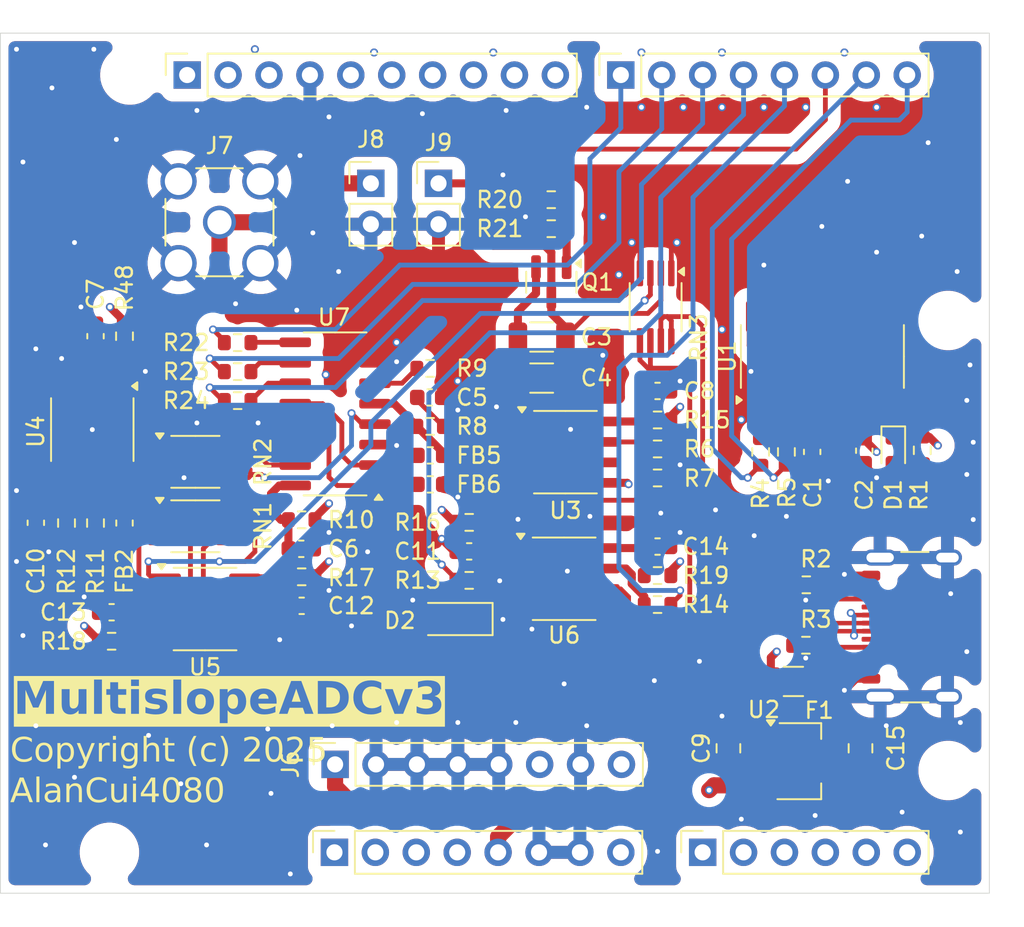
<source format=kicad_pcb>
(kicad_pcb (version 20241229) (generator "pcbnew") (generator_version "9.0")
  (title_block (date "mar. 31 mars 2015"))
  (layers (0 "F.Cu" signal) (4 "In1.Cu" signal) (6 "In2.Cu" signal) (2 "B.Cu" signal) (13 "F.Paste" user) (15 "B.Paste" user) (5 "F.SilkS" user "F.Silkscreen") (7 "B.SilkS" user "B.Silkscreen") (1 "F.Mask" user) (3 "B.Mask" user) (25 "Edge.Cuts" user))
  (net 0 "")
  (net 1 "GND")
  (net 3 "+5V")
  (net 4 "Net-(U1-V3)")
  (net 5 "Net-(Q1-S)")
  (net 6 "Net-(C5-Pad1)")
  (net 7 "Net-(U7-VDD)")
  (net 8 "Net-(U4-IN)")
  (net 9 "Net-(U3C-V+)")
  (net 10 "Net-(C10-Pad2)")
  (net 11 "Net-(U3C-V-)")
  (net 12 "Net-(U5C-V+)")
  (net 13 "/~{RESET}")
  (net 14 "Net-(U5C-V-)")
  (net 15 "Net-(U6C-V+)")
  (net 16 "Net-(D1-K)")
  (net 17 "Net-(D1-A)")
  (net 18 "Net-(D2-K)")
  (net 19 "Net-(F1-Pad1)")
  (net 20 "Net-(FB2-Pad1)")
  (net 21 "Net-(U5A-+)")
  (net 22 "Net-(U7-A0)")
  (net 23 "Net-(U7-A1)")
  (net 24 "+3.3V")
  (net 26 "SW_DISCHARGE")
  (net 27 "FPGA_RX")
  (net 28 "SW_S_IN")
  (net 29 "COMP_VZERO")
  (net 30 "FPGA_TX")
  (net 31 "SW_S_POS10")
  (net 32 "COMP_VCOMP")
  (net 33 "SW_S_NEG10")
  (net 34 "Net-(J5-CC1)")
  (net 37 "Net-(J5-CC2)")
  (net 38 "-12V")
  (net 39 "+12V")
  (net 40 "Net-(J7-In)")
  (net 41 "Net-(Q1-G)")
  (net 42 "Net-(U1-TXD)")
  (net 43 "Net-(U1-RXD)")
  (net 44 "Net-(U3A-+)")
  (net 45 "Net-(R6-Pad1)")
  (net 46 "Net-(U7-INH)")
  (net 47 "Net-(U4-OUT)")
  (net 48 "Net-(R13-Pad1)")
  (net 49 "Net-(R14-Pad1)")
  (net 50 "Net-(RN1-R4.2)")
  (net 51 "/VREF-5V")
  (net 52 "Net-(RN1-R1.1)")
  (net 53 "/VREF+5V")
  (net 54 "Net-(RN1-R3.1)")
  (net 55 "Net-(RN2-R2.2)")
  (net 56 "Net-(RN2-R3.2)")
  (net 57 "Net-(RN2-R1.2)")
  (net 58 "Net-(RN3-R3.2)")
  (net 70 "Net-(J9-Pin_1)")
  (net 71 "Net-(J4-Pin_1)")
  (net 72 "Net-(J4-Pin_2)")
  (net 73 "Net-(J4-Pin_3)")
  (net 89 "+3.3VA")
  (net 90 "/USB_D_P")
  (net 91 "/USB_D_N")
  (footprint "Connector_PinSocket_2.54mm:PinSocket_1x08_P2.54mm_Vertical" (layer "F.Cu") (at 127.94 97.46 90)
    (property "Reference" "J1" (hide yes))
    (property "Value" "Power")
  )
  (footprint "Connector_PinSocket_2.54mm:PinSocket_1x06_P2.54mm_Vertical" (layer "F.Cu") (at 150.8 97.46 90)
    (property "Reference" "J3" (hide yes))
    (property "Value" "Analog")
  )
  (footprint "Connector_PinSocket_2.54mm:PinSocket_1x10_P2.54mm_Vertical" (layer "F.Cu") (at 118.796 49.2 90)
    (property "Reference" "J2" (hide yes))
    (property "Value" "Digital/PWM")
  )
  (footprint "Connector_PinSocket_2.54mm:PinSocket_1x08_P2.54mm_Vertical" (layer "F.Cu") (at 145.72 49.2 90)
    (property "Reference" "J4" (hide yes))
    (property "Value" "Digital/PWM")
  )
  (footprint "Package_SO:SOIC-8_3.9x4.9mm_P1.27mm" (layer "F.Cu") (at 142.28 72.615)
    (property "Reference" "U3")
    (property "Value" "OPA2189")
  )
  (footprint "Resistor_SMD:R_0603_1608Metric" (layer "F.Cu") (at 121.93 67.615)
    (property "Reference" "R23")
    (property "Value" "22")
  )
  (footprint "Capacitor_SMD:C_0603_1608Metric" (layer "F.Cu") (at 113.105 65.415 -90)
    (property "Reference" "C7")
    (property "Value" "100nF")
  )
  (footprint "Resistor_SMD:R_0603_1608Metric" (layer "F.Cu") (at 136.305 76.975 180)
    (property "Reference" "R16")
    (property "Value" "22")
  )
  (footprint "LED_SMD:LED_0603_1608Metric" (layer "F.Cu") (at 162.635 72.5 -90)
    (property "Reference" "D1")
    (property "Value" "GREEN")
  )
  (footprint "Resistor_SMD:R_0603_1608Metric" (layer "F.Cu") (at 111.305 77.015 90)
    (property "Reference" "R12")
    (property "Value" "10")
  )
  (footprint "Connector_PinSocket_2.54mm:PinSocket_1x08_P2.54mm_Vertical" (layer "F.Cu") (at 127.98 92 90)
    (property "Reference" "J6")
    (property "Value" "AlanCCSv1PSU")
  )
  (footprint "Resistor_SMD:R_0603_1608Metric" (layer "F.Cu") (at 125.905 76.815 180)
    (property "Reference" "R10")
    (property "Value" "22")
  )
  (footprint "Resistor_SMD:R_0603_1608Metric" (layer "F.Cu") (at 133.88 71.015)
    (property "Reference" "R8")
    (property "Value" "22")
  )
  (footprint "Resistor_SMD:R_0603_1608Metric" (layer "F.Cu") (at 148 82.075)
    (property "Reference" "R14")
    (property "Value" "22")
  )
  (footprint "Resistor_SMD:R_0603_1608Metric" (layer "F.Cu") (at 148 80.275 180)
    (property "Reference" "R19")
    (property "Value" "22")
  )
  (footprint "Package_TO_SOT_SMD:SOT-89-3" (layer "F.Cu") (at 156.8 91.8)
    (property "Reference" "U2")
    (property "Value" "HT7533-1")
  )
  (footprint "Resistor_SMD:R_0603_1608Metric" (layer "F.Cu") (at 148 72.415)
    (property "Reference" "R6")
    (property "Value" "10k")
  )
  (footprint "Resistor_SMD:R_0603_1608Metric" (layer "F.Cu") (at 157.235 80.85 180)
    (property "Reference" "R2")
    (property "Value" "5.1k")
  )
  (footprint "Package_SO:SOIC-16_3.9x9.9mm_P1.27mm" (layer "F.Cu") (at 158.235 66.675 90)
    (property "Reference" "U1")
    (property "Value" "CH343G")
  )
  (footprint "Connector_USB:USB_C_Receptacle_GCT_USB4105-xx-A_16P_TopMnt_Horizontal" (layer "F.Cu") (at 164.925 83.48 90)
    (property "Reference" "J5" (hide yes))
    (property "Value" "USB_C_Receptacle_USB2.0_16P")
  )
  (footprint "Capacitor_SMD:C_1206_3216Metric" (layer "F.Cu") (at 140.805 68.015)
    (property "Reference" "C4")
    (property "Value" "4.7nF C0G")
  )
  (footprint "Resistor_SMD:R_0603_1608Metric" (layer "F.Cu") (at 113.105 77.015 -90)
    (property "Reference" "R11")
    (property "Value" "22")
  )
  (footprint "Resistor_SMD:R_0603_1608Metric" (layer "F.Cu") (at 157.21 84.6 180)
    (property "Reference" "R3")
    (property "Value" "5.1k")
  )
  (footprint "Capacitor_SMD:C_0603_1608Metric" (layer "F.Cu") (at 133.855 69.215)
    (property "Reference" "C5")
    (property "Value" "1nF")
  )
  (footprint "Resistor_SMD:R_0603_1608Metric" (layer "F.Cu") (at 156 72.6 -90)
    (property "Reference" "R5")
    (property "Value" "22")
  )
  (footprint "Resistor_SMD:R_0603_1608Metric" (layer "F.Cu") (at 121.93 65.815)
    (property "Reference" "R22")
    (property "Value" "22")
  )
  (footprint "Capacitor_SMD:C_0603_1608Metric" (layer "F.Cu") (at 157.6 72.6 -90)
    (property "Reference" "C1")
    (property "Value" "100nF")
  )
  (footprint "Capacitor_SMD:C_0805_2012Metric" (layer "F.Cu") (at 152.4 91 90)
    (property "Reference" "C9")
    (property "Value" "10uF")
  )
  (footprint "Capacitor_SMD:C_1206_3216Metric" (layer "F.Cu") (at 140.805 65.465)
    (property "Reference" "C3")
    (property "Value" "4.7nF C0G")
  )
  (footprint "Arduino_MountingHole:MountingHole_3.2mm" (layer "F.Cu") (at 115.24 49.2)
    (property "Reference" "MH1" (hide yes))
    (property "Value" "MountingHole_3.2mm" (hide yes))
  )
  (footprint "Resistor_SMD:R_0603_1608Metric" (layer "F.Cu") (at 154.4 72.6 -90)
    (property "Reference" "R4")
    (property "Value" "22")
  )
  (footprint "Resistor_SMD:R_0603_1608Metric" (layer "F.Cu") (at 125.905 80.355 180)
    (property "Reference" "R17")
    (property "Value" "22")
  )
  (footprint "Capacitor_SMD:C_0603_1608Metric" (layer "F.Cu") (at 109.4 77 90)
    (property "Reference" "C10")
    (property "Value" "4.7uF")
  )
  (footprint "Resistor_SMD:R_0603_1608Metric" (layer "F.Cu") (at 121.93 69.415)
    (property "Reference" "R24")
    (property "Value" "22")
  )
  (footprint "Connector_PinHeader_2.54mm:PinHeader_1x02_P2.54mm_Vertical" (layer "F.Cu") (at 130.2 55.925)
    (property "Reference" "J8")
    (property "Value" "Conn_01x02_Pin")
  )
  (footprint "Fuse:Fuse_1206_3216Metric" (layer "F.Cu") (at 156.435 86.85 180)
    (property "Reference" "F1")
    (property "Value" "6V 2A")
  )
  (footprint "Capacitor_SMD:C_0603_1608Metric" (layer "F.Cu") (at 148 78.475)
    (property "Reference" "C14")
    (property "Value" "100nF")
  )
  (footprint "Package_SO:MSOP-8_3x3mm_P0.65mm" (layer "F.Cu") (at 147.88 63.615 -90)
    (property "Reference" "RN3")
    (property "Value" "LT5400-6")
  )
  (footprint "Resistor_SMD:R_0603_1608Metric" (layer "F.Cu") (at 114.905 65.415 90)
    (property "Reference" "R48")
    (property "Value" "22")
  )
  (footprint "Capacitor_SMD:C_0603_1608Metric" (layer "F.Cu") (at 148 68.815)
    (property "Reference" "C8")
    (property "Value" "100nF")
  )
  (footprint "Capacitor_SMD:C_0603_1608Metric" (layer "F.Cu") (at 160.835 72.525 -90)
    (property "Reference" "C2")
    (property "Value" "100nF")
  )
  (footprint "Resistor_SMD:R_0603_1608Metric" (layer "F.Cu") (at 114.105 84.355 180)
    (property "Reference" "R18")
    (property "Value" "22")
  )
  (footprint "Package_SO:MSOP-8_3x3mm_P0.65mm" (layer "F.Cu") (at 119.305 77.215)
    (property "Reference" "RN1")
    (property "Value" "LT5400-1")
  )
  (footprint "Resistor_SMD:R_0603_1608Metric" (layer "F.Cu") (at 141.4 56.94)
    (property "Reference" "R20")
    (property "Value" "22")
  )
  (footprint "Inductor_SMD:L_0603_1608Metric" (layer "F.Cu") (at 114.905 77.015 -90)
    (property "Reference" "FB2")
    (property "Value" "600Ω@100Mhz")
  )
  (footprint "Package_SO:MSOP-8_3x3mm_P0.65mm" (layer "F.Cu") (at 119.305 73.215)
    (property "Reference" "RN2")
    (property "Value" "LT5400-1")
  )
  (footprint "Resistor_SMD:R_0603_1608Metric" (layer "F.Cu") (at 136.305 80.575 180)
    (property "Reference" "R13")
    (property "Value" "22")
  )
  (footprint "Resistor_SMD:R_0603_1608Metric" (layer "F.Cu") (at 148 74.215 180)
    (property "Reference" "R7")
    (property "Value" "1k")
  )
  (footprint "Resistor_SMD:R_0603_1608Metric" (layer "F.Cu") (at 133.88 67.415 180)
    (property "Reference" "R9")
    (property "Value" "10k")
  )
  (footprint "Inductor_SMD:L_0603_1608Metric" (layer "F.Cu") (at 133.8925 72.815)
    (property "Reference" "FB5")
    (property "Value" "600R@100Mhz")
  )
  (footprint "Package_TO_SOT_SMD:SOT-23" (layer "F.Cu") (at 141.405 62.065 -90)
    (property "Reference" "Q1")
    (property "Value" "2N7002")
  )
  (footprint "Package_SO:SOIC-8_3.9x4.9mm_P1.27mm" (layer "F.Cu") (at 142.2 80.475)
    (property "Reference" "U6")
    (property "Value" "TLV3202")
  )
  (footprint "Package_SO:SOIC-8_3.9x4.9mm_P1.27mm" (layer "F.Cu") (at 119.905 82.355)
    (property "Reference" "U5")
    (property "Value" "OPA2188")
  )
  (footprint "Package_SO:SOIC-8_3.9x4.9mm_P1.27mm" (layer "F.Cu") (at 112.905 71.215 -90)
    (property "Reference" "U4")
    (property "Value" "ADR4550")
  )
  (footprint "Package_SO:SOIC-16_3.9x9.9mm_P1.27mm" (layer "F.Cu") (at 127.98 70.24 180)
    (property "Reference" "U7")
    (property "Value" "74HC4053")
  )
  (footprint "Resistor_SMD:R_0603_1608Metric" (layer "F.Cu") (at 141.4 58.74 180)
    (property "Reference" "R21")
    (property "Value" "10k")
  )
  (footprint "Connector_PinHeader_2.54mm:PinHeader_1x02_P2.54mm_Vertical" (layer "F.Cu") (at 134.4 55.925)
    (property "Reference" "J9")
    (property "Value" "Conn_01x02_Pin")
  )
  (footprint "Capacitor_SMD:C_0603_1608Metric" (layer "F.Cu") (at 136.305 78.775 180)
    (property "Reference" "C11")
    (property "Value" "100nF")
  )
  (footprint "Capacitor_SMD:C_0805_2012Metric" (layer "F.Cu") (at 160.6 91 90)
    (property "Reference" "C15")
    (property "Value" "10uFC")
  )
  (footprint "Connector_Coaxial:SMA_Amphenol_901-144_Vertical" (layer "F.Cu") (at 120.8 58.34)
    (property "Reference" "J7")
    (property "Value" "Conn_Coaxial")
  )
  (footprint "Capacitor_SMD:C_0603_1608Metric" (layer "F.Cu") (at 125.88 78.615)
    (property "Reference" "C6")
    (property "Value" "100nF")
  )
  (footprint "Capacitor_SMD:C_0603_1608Metric" (layer "F.Cu") (at 125.905 82.155)
    (property "Reference" "C12")
    (property "Value" "100nF")
  )
  (footprint "Resistor_SMD:R_0603_1608Metric" (layer "F.Cu") (at 148 70.615 180)
    (property "Reference" "R15")
    (property "Value" "22")
  )
  (footprint "Arduino_MountingHole:MountingHole_3.2mm" (layer "F.Cu") (at 113.97 97.46)
    (property "Reference" "MH2" (hide yes))
    (property "Value" "MountingHole_3.2mm" (hide yes))
  )
  (footprint "Arduino_MountingHole:MountingHole_3.2mm" (layer "F.Cu") (at 166.04 64.44)
    (property "Reference" "MH3" (hide yes))
    (property "Value" "MountingHole_3.2mm" (hide yes))
  )
  (footprint "Inductor_SMD:L_0603_1608Metric" (layer "F.Cu") (at 133.8925 74.615 180)
    (property "Reference" "FB6")
    (property "Value" "600R@100Mhz")
  )
  (footprint "Arduino_MountingHole:MountingHole_3.2mm" (layer "F.Cu") (at 166.04 92.38)
    (property "Reference" "MH4" (hide yes))
    (property "Value" "MountingHole_3.2mm" (hide yes))
  )
  (footprint "Diode_SMD:D_SOD-123" (layer "F.Cu") (at 135.4 82.975 180)
    (property "Reference" "D2")
    (property "Value" "1N4148W")
  )
  (footprint "Capacitor_SMD:C_0603_1608Metric" (layer "F.Cu") (at 114.105 82.555 180)
    (property "Reference" "C13")
    (property "Value" "100nF")
  )
  (footprint "Resistor_SMD:R_0603_1608Metric" (layer "F.Cu") (at 164.435 72.5 -90)
    (property "Reference" "R1")
    (property "Value" "4.7k")
  )
  (gr_rect (start 107.2 46.6) (end 168.6 100) (stroke (width 0.05)) (fill no) (layer "Edge.Cuts"))
  (gr_text "MultislopeADCv3" (at 108 89.2 0) (layer "F.SilkS" knockout) (effects (font (size 2 2) (thickness 0.4) (bold yes)) (justify left bottom)))
  (gr_text "Copyright (c) 2025\nAlanCui4080" (at 107.8 94.6 0) (layer "F.SilkS") (effects (font (size 1.5 1.5) (thickness 0.1)) (justify left bottom)))
  (segment (start 161.75 90.05) (end 162.2 89.6) (width 1) (layer "F.Cu") (net 1))
  (segment (start 138.2 80.6) (end 138.96 79.84) (width 0.5) (layer "F.Cu") (net 1))
  (segment (start 148.825 74.215) (end 148.825 73.975) (width 0.5) (layer "F.Cu") (net 1))
  (segment (start 152.4 89.4) (end 152 89) (width 1) (layer "F.Cu") (net 1))
  (segment (start 135.53 78.775) (end 135.375 78.775) (width 0.5) (layer "F.Cu") (net 1))
  (segment (start 152.65 90.3) (end 152.4 90.05) (width 1) (layer "F.Cu") (net 1))
  (segment (start 133.75 82.75) (end 132.8 81.8) (width 0.5) (layer "F.Cu") (net 1))
  (segment (start 160.6 90.05) (end 161.75 90.05) (width 1) (layer "F.Cu") (net 1))
  (segment (start 126.68 82.155) (end 126.68 82.12) (width 0.5) (layer "F.Cu") (net 1))
  (segment (start 140.575 58.74) (end 140.54 58.74) (width 0.5) (layer "F.Cu") (net 1))
  (segment (start 134.705 67.415) (end 134.815 67.415) (width 0.3) (layer "F.Cu") (net 1))
  (segment (start 152.4 90.05) (end 152.4 89.4) (width 1) (layer "F.Cu") (net 1))
  (segment (start 134.815 74.615) (end 135.6 75.4) (width 0.3) (layer "F.Cu") (net 1))
  (segment (start 130.455 72.145) (end 131.745 72.145) (width 0.5) (layer "F.Cu") (net 1))
  (segment (start 131.795 65.795) (end 131.8 65.8) (width 0.5) (layer "F.Cu") (net 1))
  (segment (start 161.245 80.28) (end 159.68 80.28) (width 0.5) (layer "F.Cu") (net 1))
  (segment (start 126.68 82.12) (end 127.6 81.2) (width 0.5) (layer "F.Cu") (net 1))
  (segment (start 161.245 86.68) (end 160.32 86.68) (width 0.5) (layer "F.Cu") (net 1))
  (segment (start 134.815 69.215) (end 135.6 70) (width 0.3) (layer "F.Cu") (net 1))
  (segment (start 109.4 78) (end 110.2 78.8) (width 0.5) (layer "F.Cu") (net 1))
  (segment (start 134.68 74.615) (end 134.815 74.615) (width 0.3) (layer "F.Cu") (net 1))
  (segment (start 113.33 82.53) (end 112.4 81.6) (width 0.5) (layer "F.Cu") (net 1))
  (segment (start 139.02 82.38) (end 138.4 83) (width 0.5) (layer "F.Cu") (net 1))
  (segment (start 140.54 58.74) (end 139.8 58) (width 0.5) (layer "F.Cu") (net 1))
  (segment (start 118.59 74.19) (end 118.6 74.2) (width 0.3) (layer "F.Cu") (net 1))
  (segment (start 134.815 67.415) (end 135.6 68.2) (width 0.3) (layer "F.Cu") (net 1))
  (segment (start 156.41 81.01) (end 157.2 81.8) (width 0.5) (layer "F.Cu") (net 1))
  (segment (start 156.385 84.6) (end 156.4 84.6) (width 0.5) (layer "F.Cu") (net 1))
  (segment (start 156.41 80.85) (end 156.41 81.01) (width 0.5) (layer "F.Cu") (net 1))
  (segment (start 153.79 70.01) (end 153.2 70.6) (width 0.5) (layer "F.Cu") (net 1))
  (segment (start 146.905 60.105) (end 146.4 59.6) (width 0.3) (layer "F.Cu") (net 1))
  (segment (start 139.725 82.38) (end 139.02 82.38) (width 0.5) (layer "F.Cu") (net 1))
  (segment (start 148.855 59.945) (end 149.2 59.6) (width 0.3) (layer "F.Cu") (net 1))
  (segment (start 159.68 80.28) (end 159.6 80.2) (width 0.5) (layer "F.Cu") (net 1))
  (segment (start 113.105 64.64) (end 113.105 64.505) (width 0.5) (layer "F.Cu") (net 1))
  (segment (start 148.825 73.975) (end 149.4 73.4) (width 0.5) (layer "F.Cu") (net 1))
  (segment (start 113.33 82.555) (end 113.33 82.53) (width 0.5) (layer "F.Cu") (net 1))
  (segment (start 130.455 67.065) (end 131.735 67.065) (width 0.5) (layer "F.Cu") (net 1))
  (segment (start 148.775 78.225) (end 149.4 77.6) (width 0.5) (layer "F.Cu") (net 1))
  (segment (start 131.735 67.065) (end 131.8 67) (width 0.5) (layer "F.Cu") (net 1))
  (segment (start 154.85 90.3) (end 152.65 90.3) (width 1) (layer "F.Cu") (net 1))
  (segment (start 126.655 78.545) (end 127.6 77.6) (width 0.5) (layer "F.Cu") (net 1))
  (segment (start 126.655 78.615) (end 126.655 78.545) (width 0.5) (layer "F.Cu") (net 1))
  (segment (start 148.775 78.475) (end 148.775 78.225) (width 0.5) (layer "F.Cu") (net 1))
  (segment (start 160.32 86.68) (end 159.6 87.4) (width 0.5) (layer "F.Cu") (net 1))
  (segment (start 160.835 73.435) (end 161.6 74.2) (width 0.5) (layer "F.Cu") (net 1))
  (segment (start 134.63 69.215) (end 134.815 69.215) (width 0.3) (layer "F.Cu") (net 1))
  (segment (start 117.1925 74.19) (end 118.59 74.19) (width 0.3) (layer "F.Cu") (net 1))
  (segment (start 124.54 84.26) (end 122.38 84.26) (width 0.5) (layer "F.Cu") (net 1))
  (segment (start 156.4 84.6) (end 157.2 85.4) (width 0.5) (layer "F.Cu") (net 1))
  (segment (start 155.1 90.05) (end 154.85 90.3) (width 1) (layer "F.Cu") (net 1))
  (segment (start 135.375 78.775) (end 134.6 78) (width 0.5) (layer "F.Cu") (net 1))
  (segment (start 148.855 61.5025) (end 148.855 59.945) (width 0.3) (layer "F.Cu") (net 1))
  (segment (start 138.96 79.84) (end 139.725 79.84) (width 0.5) (layer "F.Cu") (net 1))
  (segment (start 130.455 65.795) (end 131.795 65.795) (width 0.5) (layer "F.Cu") (net 1))
  (segment (start 113.105 64.505) (end 112.2 63.6) (width 0.5) (layer "F.Cu") (net 1))
  (segment (start 160.6 90.05) (end 155.1 90.05) (width 1) (layer "F.Cu") (net 1))
  (segment (start 157.6 73.375) (end 157.6 73.4) (width 0.5) (layer "F.Cu") (net 1))
  (segment (start 146.12 74.52) (end 146.2 74.6) (width 0.5) (layer "F.Cu") (net 1))
  (segment (start 144.755 74.52) (end 146.12 74.52) (width 0.5) (layer "F.Cu") (net 1))
  (segment (start 157.6 73.4) (end 158.6 74.4) (width 0.5) (layer "F.Cu") (net 1))
  (segment (start 131.745 72.145) (end 131.8 72.2) (width 0.5) (layer "F.Cu") (net 1))
  (segment (start 133.75 82.975) (end 133.75 82.75) (width 0.5) (layer "F.Cu") (net 1))
  (segment (start 146.905 61.5025) (end 146.905 60.105) (width 0.3) (layer "F.Cu") (net 1))
  (segment (start 153.79 69.15) (end 153.79 70.01) (width 0.5) (layer "F.Cu") (net 1))
  (segment (start 148.785 68.815) (end 149.4 68.2) (width 0.5) (layer "F.Cu") (net 1))
  (segment (start 111 68.74) (end 111 66.8) (width 0.5) (layer "F.Cu") (net 1))
  (segment (start 160.835 73.3) (end 160.835 73.435) (width 0.5) (layer "F.Cu") (net 1))
  (segment (start 148.775 68.815) (end 148.785 68.815) (width 0.5) (layer "F.Cu") (net 1))
  (segment (start 109.4 77.775) (end 109.4 78) (width 0.5) (layer "F.Cu") (net 1))
  (via (at 124 93.8) (size 0.5) (drill 0.3) (layers "F.Cu" "B.Cu") (net 1))
  (via (at 131.8 65.8) (size 0.5) (drill 0.3) (layers "F.Cu" "B.Cu") (net 1))
  (via (at 131.8 89.4) (size 0.5) (drill 0.3) (layers "F.Cu" "B.Cu") (net 1))
  (via (at 135.6 70) (size 0.5) (drill 0.3) (layers "F.Cu" "B.Cu") (net 1))
  (via (at 161.6 60.2) (size 0.5) (drill 0.3) (layers "F.Cu" "B.Cu") (net 1))
  (via (at 144.6 58) (size 0.5) (drill 0.3) (layers "F.Cu" "B.Cu") (net 1))
  (via (at 126.6 59) (size 0.5) (drill 0.3) (layers "F.Cu" "B.Cu") (net 1))
  (via (at 132.8 81.8) (size 0.5) (drill 0.3) (layers "F.Cu" "B.Cu") (net 1))
  (via (at 156 76.6) (size 0.5) (drill 0.3) (layers "F.Cu" "B.Cu") (net 1))
  (via (at 138.2 80.6) (size 0.5) (drill 0.3) (layers "F.Cu" "B.Cu") (net 1))
  (via (at 153.2 70.6) (size 0.5) (drill 0.3) (layers "F.Cu" "B.Cu") (net 1))
  (via (at 149.4 77.6) (size 0.5) (drill 0.3) (layers "F.Cu" "B.Cu") (net 1))
  (via (at 116.4 90.2) (size 0.5) (drill 0.3) (layers "F.Cu" "B.Cu") (net 1))
  (via (at 138 69.8) (size 0.5) (drill 0.3) (layers "F.Cu" "B.Cu") (net 1))
  (via (at 119.4 70.8) (size 0.5) (drill 0.3) (layers "F.Cu" "B.Cu") (net 1))
  (via (at 137.8 47.8) (size 0.5) (drill 0.3) (layers "F.Cu" "B.Cu") (net 1))
  (via (at 167.6 76.8) (size 0.5) (drill 0.3) (layers "F.Cu" "B.Cu") (net 1))
  (via (at 111.8 59.6) (size 0.5) (drill 0.3) (layers "F.Cu" "B.Cu") (net 1))
  (via (at 166.2 81.4) (size 0.5) (drill 0.3) (layers "F.Cu" "B.Cu") (net 1))
  (via (at 135.6 68.2) (size 0.5) (drill 0.3) (layers "F.Cu" "B.Cu") (net 1))
  (via (at 149.4 73.4) (size 0.5) (drill 0.3) (layers "F.Cu" "B.Cu") (net 1))
  (via (at 131.8 72.2) (size 0.5) (drill 0.3) (layers "F.Cu" "B.Cu") (net 1))
  (via (at 135.6 89.4) (size 0.5) (drill 0.3) (layers "F.Cu" "B.Cu") (net 1))
  (via (at 166.6 61.4) (size 0.5) (drill 0.3) (layers "F.Cu" "B.Cu") (net 1))
  (via (at 108.2 75) (size 0.5) (drill 0.3) (layers "F.Cu" "B.Cu") (net 1))
  (via (at 139.2 89.4) (size 0.5) (drill 0.3) (layers "F.Cu" "B.Cu") (net 1))
  (via (at 167.2 85) (size 0.5) (drill 0.3) (layers "F.Cu" "B.Cu") (net 1))
  (via (at 112.2 63.6) (size 0.5) (drill 0.3) (layers "F.Cu" "B.Cu") (net 1))
  (via (at 129 83.4) (size 0.5) (drill 0.3) (layers "F.Cu" "B.Cu") (net 1))
  (via (at 157.2 81.8) (size 0.5) (drill 0.3) (layers "F.Cu" "B.Cu") (net 1))
  (via (at 112.4 81.6) (size 0.5) (drill 0.3) (layers "F.Cu" "B.Cu") (net 1))
  (via (at 146.4 59.6) (size 0.5) (drill 0.3) (layers "F.Cu" "B.Cu") (net 1))
  (via (at 154 77.8) (size 0.5) (drill 0.3) (layers "F.Cu" "B.Cu") (net 1))
  (via (at 158.6 74.4) (size 0.5) (drill 0.3) (layers "F.Cu" "B.Cu") (net 1))
  (via (at 166.8 89.4) (size 0.5) (drill 0.3) (layers "F.Cu" "B.Cu") (net 1))
  (via (at 143.6 89.6) (size 0.5) (drill 0.3) (layers "F.Cu" "B.Cu") (net 1))
  (via (at 143.8 76.6) (size 0.5) (drill 0.3) (layers "F.Cu" "B.Cu") (net 1))
  (via (at 152 65) (size 0.5) (drill 0.3) (layers "F.Cu" "B.Cu") (net 1))
  (via (at 114.4 53.2) (size 0.5) (drill 0.3) (layers "F.Cu" "B.Cu") (net 1))
  (via (at 157.784372 95.172338) (size 0.5) (drill 0.3) (layers "F.Cu" "B.Cu") (net 1))
  (via (at 123 47.6) (size 0.5) (drill 0.3) (layers "F.Cu" "B.Cu") (net 1))
  (via (at 142.2 87) (size 0.5) (drill 0.3) (layers "F.Cu" "B.Cu") (net 1))
  (via (at 145.6 61.6) (size 0.5) (drill 0.3) (layers "F.Cu" "B.Cu") (net 1))
  (via (at 163.182404 94.962025) (size 0.5) (drill 0.3) (layers "F.Cu" "B.Cu") (net 1))
  (via (at 167.6 72) (size 0.5) (drill 0.3) (layers "F.Cu" "B.Cu") (net 1))
  (via (at 138.4 55.4) (size 0.5) (drill 0.3) (layers "F.Cu" "B.Cu") (net 1))
  (via (at 112.905 71.215) (size 0.5) (drill 0.3) (layers "F.Cu" "B.Cu") (net 1))
  (via (at 128.2 61.4) (size 0.5) (drill 0.3) (layers "F.Cu" "B.Cu") (net 1))
  (via (at 127.4 67.8) (size 0.5) (drill 0.3) (layers "F.Cu" "B.Cu") (net 1))
  (via (at 116.2 67.6) (size 0.5) (drill 0.3) (layers "F.Cu" "B.Cu") (net 1))
  (via (at 147.8 86.8) (size 0.5) (drill 0.3) (layers "F.Cu" "B.Cu") (net 1))
  (via (at 108.2 79.4) (size 0.5) (drill 0.3) (layers "F.Cu" "B.Cu") (net 1))
  (via (at 164.8 53.4) (size 0.5) (drill 0.3) (layers "F.Cu" "B.Cu") (net 1))
  (via (at 123.2 70.8) (size 0.5) (drill 0.3) (layers "F.Cu" "B.Cu") (net 1))
  (via (at 150.6 85.6) (size 0.5) (drill 0.3) (layers "F.Cu" "B.Cu") (net 1))
  (via (at 149.4 68.2) (size 0.5) (drill 0.3) (layers "F.Cu" "B.Cu") (net 1))
  (via (at 151.6 76.2) (size 0.5) (drill 0.3) (layers "F.Cu" "B.Cu") (net 1))
  (via (at 149.6 51.2) (size 0.5) (drill 0.3) (layers "F.Cu" "B.Cu") (net 1))
  (via (at 109.4 89.6) (size 0.5) (drill 0.3) (layers "F.Cu" "B.Cu") (net 1))
  (via (at 118.4 93.2) (size 0.5) (drill 0.3) (layers "F.Cu" "B.Cu") (net 1))
  (via (at 108.6 54.6) (size 0.5) (drill 0.3) (layers "F.Cu" "B.Cu") (net 1))
  (via (at 133.4 51.6) (size 0.5) (drill 0.3) (layers "F.Cu" "B.Cu") (net 1))
  (via (at 158.2 58.6) (size 0.5) (drill 0.3) (layers "F.Cu" "B.Cu") (net 1))
  (via (at 161.6 51.2) (size 0.5) (drill 0.3) (layers "F.Cu" "B.Cu") (net 1))
  (via (at 161.6 74.2) (size 0.5) (drill 0.3) (layers "F.Cu" "B.Cu") (net 1))
  (via (at 154.6 51.2) (size 0.5) (drill 0.3) (layers "F.Cu" "B.Cu") (net 1))
  (via (at 127.8 89.6) (size 0.5) (drill 0.3) (layers "F.Cu" "B.Cu") (net 1))
  (via (at 149.2 59.6) (size 0.5) (drill 0.3) (layers "F.Cu" "B.Cu") (net 1))
  (via (at 167.2 69.4) (size 0.5) (drill 0.3) (layers "F.Cu" "B.Cu") (net 1))
  (via (at 139.8 58) (size 0.5) (drill 0.3) (layers "F.Cu" "B.Cu") (net 1))
  (via (at 120 97) (size 0.5) (drill 0.3) (layers "F.Cu" "B.Cu") (net 1))
  (via (at 166.8 96.2) (size 0.5) (drill 0.3) (layers "F.Cu" "B.Cu") (net 1))
  (via (at 113 47.6) (size 0.5) (drill 0.3) (layers "F.Cu" "B.Cu") (net 1))
  (via (at 119.4 51.4) (size 0.5) (drill 0.3) (layers "F.Cu" "B.Cu") (net 1))
  (via (at 159.8 55.8) (size 0.5) (drill 0.3) (layers "F.Cu" "B.Cu") (net 1))
  (via (at 153.2 95.4) (size 0.5) (drill 0.3) (layers "F.Cu" "B.Cu") (net 1))
  (via (at 147 47.8) (size 0.5) (drill 0.3) (layers "F.Cu" "B.Cu") (net 1))
  (via (at 135.6 75.4) (size 0.5) (drill 0.3) (layers "F.Cu" "B.Cu") (net 1))
  (via (at 131.8 67) (size 0.5) (drill 0.3) (layers "F.Cu" "B.Cu") (net 1))
  (via (at 108.2 47.6) (size 0.5) (drill 0.3) (layers "F.Cu" "B.Cu") (net 1))
  (via (at 123.8 89.8) (size 0.5) (drill 0.3) (layers "F.Cu" "B.Cu") (net 1))
  (via (at 142.4 80) (size 0.5) (drill 0.3) (layers "F.Cu" "B.Cu") (net 1))
  (via (at 153.8 67.6) (size 0.5) (drill 0.3) (layers "F.Cu" "B.Cu") (net 1))
  (via (at 157.2 85.4) (size 0.5) (drill 0.3) (layers "F.Cu" "B.Cu") (net 1))
  (via (at 167.2 74) (size 0.5) (drill 0.3) (layers "F.Cu" "B.Cu") (net 1))
  (via (at 142.6 71.2) (size 0.5) (drill 0.3) (layers "F.Cu" "B.Cu") (net 1))
  (via (at 110 97) (size 0.5) (drill 0.3) (layers "F.Cu" "B.Cu") (net 1))
  (via (at 130 78.8) (size 0.5) (drill 0.3) (layers "F.Cu" "B.Cu") (net 1))
  (via (at 154.6 61) (size 0.5) (drill 0.3) (layers "F.Cu" "B.Cu") (net 1))
  (via (at 152 47.8) (size 0.5) (drill 0.3) (layers "F.Cu" "B.Cu") (net 1))
  (via (at 121.8 63.4) (size 0.5) (drill 0.3) (layers "F.Cu" "B.Cu") (net 1))
  (via (at 125.8 54.2) (size 0.5) (drill 0.3) (layers "F.Cu" "B.Cu") (net 1))
  (via (at 159.6 80.2) (size 0.5) (drill 0.3) (layers "F.Cu" "B.Cu") (net 1))
  (via (at 140.2 83.6) (size 0.5) (drill 0.3) (layers "F.Cu" "B.Cu") (net 1))
  (via (at 152 89) (size 0.5) (drill 0.3) (layers "F.Cu" "B.Cu") (net 1))
  (via (at 110.4 50) (size 0.5) (drill 0.3) (layers "F.Cu" "B.Cu") (net 1))
  (via (at 127.6 77.6) (size 0.5) (drill 0.3) (layers "F.Cu" "B.Cu") (net 1))
  (via (at 134.6 78) (size 0.5) (drill 0.3) (layers "F.Cu" "B.Cu") (net 1))
  (via (at 108.6 84) (size 0.5) (drill 0.3) (layers "F.Cu" "B.Cu") (net 1))
  (via (at 125.2 98.8) (size 0.5) (drill 0.3) (layers "F.Cu" "B.Cu") (net 1))
  (via (at 138.6 51.4) (size 0.5) (drill 0.3) (layers "F.Cu" "B.Cu") (net 1))
  (via (at 164.4 59.2) (size 0.5) (drill 0.3) (layers "F.Cu" "B.Cu") (net 1))
  (via (at 144.6 66.6) (size 0.5) (drill 0.3) (layers "F.Cu" "B.Cu") (net 1))
  (via (at 127.6 81.2) (size 0.5) (drill 0.3) (layers "F.Cu" "B.Cu") (net 1))
  (via (at 110.2 78.8) (size 0.5) (drill 0.3) (layers "F.Cu" "B.Cu") (net 1))
  (via (at 124.54 84.26) (size 0.5) (drill 0.3) (layers "F.Cu" "B.Cu") (net 1))
  (via (at 159.6 87.4) (size 0.5) (drill 0.3) (layers "F.Cu" "B.Cu") (net 1))
  (via (at 143.6 51.2) (size 0.5) (drill 0.3) (layers "F.Cu" "B.Cu") (net 1))
  (via (at 109.4 66.2) (size 0.5) (drill 0.3) (layers "F.Cu" "B.Cu") (net 1))
  (via (at 125.6 63.8) (size 0.5) (drill 0.3) (layers "F.Cu" "B.Cu") (net 1))
  (via (at 159.6 47.8) (size 0.5) (drill 0.3) (layers "F.Cu" "B.Cu") (net 1))
  (via (at 127.6 51.8) (size 0.5) (drill 0.3) (layers "F.Cu" "B.Cu") (net 1))
  (via (at 130.4 47.8) (size 0.5) (drill 0.3) (layers "F.Cu" "B.Cu") (net 1))
  (via (at 147 51.2) (size 0.5) (drill 0.3) (layers "F.Cu" "B.Cu") (net 1))
  (via (at 148.2 76.4) (size 0.5) (drill 0.3) (layers "F.Cu" "B.Cu") (net 1))
  (via (at 157.2 51.2) (size 0.5) (drill 0.3) (layers "F.Cu" "B.Cu") (net 1))
  (via (at 162.2 89.6) (size 0.5) (drill 0.3) (layers "F.Cu" "B.Cu") (net 1))
  (via (at 146.2 74.6) (size 0.5) (drill 0.3) (layers "F.Cu" "B.Cu") (net 1))
  (via (at 139.33395 76.78331) (size 0.5) (drill 0.3) (layers "F.Cu" "B.Cu") (net 1))
  (via (at 138.4 83) (size 0.5) (drill 0.3) (layers "F.Cu" "B.Cu") (net 1))
  (via (at 111.8 92.8) (size 0.5) (drill 0.3) (layers "F.Cu" "B.Cu") (net 1))
  (via (at 152 51.2) (size 0.5) (drill 0.3) (layers "F.Cu" "B.Cu") (net 1))
  (via (at 118.6 74.2) (size 0.5) (drill 0.3) (layers "F.Cu" "B.Cu") (net 1))
  (via (at 167.4 67.2) (size 0.5) (drill 0.3) (layers "F.Cu" "B.Cu") (net 1))
  (via (at 111 66.8) (size 0.5) (drill 0.3) (layers "F.Cu" "B.Cu") (net 1))
  (via (at 148 97.4) (size 0.5) (drill 0.3) (layers "F.Cu" "B.Cu") (net 1))
  (segment (start 140.4 94.6) (end 129.2 94.6) (width 1) (layer "F.Cu") (net 3))
  (segment (start 149.8 92.6) (end 147.8 94.6) (width 1) (layer "F.Cu") (net 3))
  (segment (start 140 94.6) (end 138.1 96.5) (width 1) (layer "F.Cu") (net 3))
  (segment (start 152.35 86.85) (end 155.035 86.85) (width 1) (layer "F.Cu") (net 3))
  (segment (start 160.835 71.75) (end 160.835 71.835) (width 0.5) (layer "F.Cu") (net 3))
  (segment (start 150.45 91.95) (end 149.8 92.6) (width 1) (layer "F.Cu") (net 3))
  (segment (start 127.98 93.38) (end 127.98 92) (width 1) (layer "F.Cu") (net 3))
  (segment (start 152.4 91.95) (end 150.45 91.95) (width 1) (layer "F.Cu") (net 3))
  (segment (start 150.4 88.8) (end 152.35 86.85) (width 1) (layer "F.Cu") (net 3))
  (segment (start 150.4 92) (end 150.4 88.8) (width 1) (layer "F.Cu") (net 3))
  (segment (start 155.035 85.365) (end 155.4 85) (width 0.5) (layer "F.Cu") (net 3))
  (segment (start 153.79 65.99) (end 154.8 67) (width 0.5) (layer "F.Cu") (net 3))
  (segment (start 147.8 94.6) (end 140.4 94.6) (width 1) (layer "F.Cu") (net 3))
  (segment (start 152.55 91.8) (end 152.4 91.95) (width 1) (layer "F.Cu") (net 3))
  (segment (start 160.8 67) (end 161.41 67.61) (width 0.5) (layer "F.Cu") (net 3))
  (segment (start 140.4 94.6) (end 140 94.6) (width 1) (layer "F.Cu") (net 3))
  (segment (start 129.2 94.6) (end 127.98 93.38) (width 1) (layer "F.Cu") (net 3))
  (segment (start 154.8 67) (end 160.8 67) (width 0.5) (layer "F.Cu") (net 3))
  (segment (start 161.41 71.175) (end 160.835 71.75) (width 0.5) (layer "F.Cu") (net 3))
  (segment (start 154.9375 91.8) (end 152.55 91.8) (width 1) (layer "F.Cu") (net 3))
  (segment (start 161.41 69.15) (end 161.41 71.175) (width 0.5) (layer "F.Cu") (net 3))
  (segment (start 155.035 86.85) (end 155.035 85.365) (width 0.5) (layer "F.Cu") (net 3))
  (segment (start 149.8 92.6) (end 150.4 92) (width 1) (layer "F.Cu") (net 3))
  (segment (start 160.835 71.835) (end 161.6 72.6) (width 0.5) (layer "F.Cu") (net 3))
  (segment (start 153.79 64.2) (end 153.79 65.99) (width 0.5) (layer "F.Cu") (net 3))
  (segment (start 161.41 67.61) (end 161.41 69.15) (width 0.5) (layer "F.Cu") (net 3))
  (segment (start 138.1 96.5) (end 138.1 97.46) (width 1) (layer "F.Cu") (net 3))
  (via (at 155.4 85) (size 0.5) (drill 0.3) (layers "F.Cu" "B.Cu") (net 3))
  (via (at 161.6 72.6) (size 0.5) (drill 0.3) (layers "F.Cu" "B.Cu") (net 3))
  (segment (start 157.6 69.15) (end 157.6 71.825) (width 0.3) (layer "F.Cu") (net 4))
  (segment (start 135.985 72.815) (end 136.82 71.98) (width 0.5) (layer "F.Cu") (net 5))
  (segment (start 131.645 69.605) (end 132.42 70.38) (width 0.5) (layer "F.Cu") (net 5))
  (segment (start 134.68 72.64) (end 134.68 72.815) (width 0.5) (layer "F.Cu") (net 5))
  (segment (start 134.68 72.815) (end 135.985 72.815) (width 0.5) (layer "F.Cu") (net 5))
  (segment (start 132.42 70.38) (end 133.055 71.015) (width 0.5) (layer "F.Cu") (net 5))
  (segment (start 136.82 69.18) (end 137.985 68.015) (width 0.5) (layer "F.Cu") (net 5))
  (segment (start 139.33 68.015) (end 139.33 65.465) (width 0.5) (layer "F.Cu") (net 5))
  (segment (start 139.33 65.465) (end 139.33 63.87) (width 0.5) (layer "F.Cu") (net 5))
  (segment (start 133.055 71.015) (end 133.055 71.19) (width 0.3) (layer "F.Cu") (net 5))
  (segment (start 136.82 71.98) (end 136.82 69.18) (width 0.5) (layer "F.Cu") (net 5))
  (segment (start 139.805 71.98) (end 141.78 71.98) (width 0.5) (layer "F.Cu") (net 5))
  (segment (start 137.985 68.015) (end 139.33 68.015) (width 0.5) (layer "F.Cu") (net 5))
  (segment (start 136.82 71.98) (end 137.2 71.98) (width 0.5) (layer "F.Cu") (net 5))
  (segment (start 139.33 63.87) (end 140.455 62.745) (width 0.5) (layer "F.Cu") (net 5))
  (segment (start 143.05 73.25) (end 144.755 73.25) (width 0.5) (layer "F.Cu") (net 5))
  (segment (start 130.455 69.605) (end 131.645 69.605) (width 0.5) (layer "F.Cu") (net 5))
  (segment (start 137.2 71.98) (end 139.805 71.98) (width 0.5) (layer "F.Cu") (net 5))
  (segment (start 140.455 62.745) (end 140.455 61.1275) (width 0.5) (layer "F.Cu") (net 5))
  (segment (start 132.42 70.38) (end 134.68 72.64) (width 0.5) (layer "F.Cu") (net 5))
  (segment (start 141.78 71.98) (end 143.05 73.25) (width 0.5) (layer "F.Cu") (net 5))
  (segment (start 133.08 69.215) (end 133.08 69.39) (width 0.3) (layer "F.Cu") (net 6))
  (segment (start 133.08 69.39) (end 134.705 71.015) (width 0.3) (layer "F.Cu") (net 6))
  (segment (start 125.505 74.685) (end 124.515 74.685) (width 0.5) (layer "F.Cu") (net 7))
  (segment (start 124.615 76.815) (end 125.08 76.815) (width 0.5) (layer "F.Cu") (net 7))
  (segment (start 124 76.2) (end 124.615 76.815) (width 0.5) (layer "F.Cu") (net 7))
  (segment (start 124.515 74.685) (end 124 75.2) (width 0.5) (layer "F.Cu") (net 7))
  (segment (start 125.08 76.815) (end 125.08 78.59) (width 0.5) (layer "F.Cu") (net 7))
  (segment (start 124 75.2) (end 124 76.2) (width 0.5) (layer "F.Cu") (net 7))
  (segment (start 125.08 78.59) (end 125.105 78.615) (width 0.5) (layer "F.Cu") (net 7))
  (segment (start 114.855 66.19) (end 114.905 66.24) (width 0.5) (layer "F.Cu") (net 8))
  (segment (start 113.54 68.74) (end 113.54 66.625) (width 0.5) (layer "F.Cu") (net 8))
  (segment (start 113.54 66.625) (end 113.105 66.19) (width 0.5) (layer "F.Cu") (net 8))
  (segment (start 113.105 66.19) (end 114.855 66.19) (width 0.5) (layer "F.Cu") (net 8))
  (segment (start 147.175 70.615) (end 147.175 68.865) (width 0.5) (layer "F.Cu") (net 9))
  (segment (start 147.175 68.865) (end 147.225 68.815) (width 0.5) (layer "F.Cu") (net 9))
  (segment (start 147.08 70.71) (end 147.175 70.615) (width 0.5) (layer "F.Cu") (net 9))
  (segment (start 144.755 70.71) (end 147.08 70.71) (width 0.5) (layer "F.Cu") (net 9))
  (segment (start 111.015 77.84) (end 109.4 76.225) (width 0.5) (layer "F.Cu") (net 10))
  (segment (start 111.305 77.84) (end 111.015 77.84) (width 0.5) (layer "F.Cu") (net 10))
  (segment (start 138.08 74.52) (end 137.08 75.52) (width 0.5) (layer "F.Cu") (net 11))
  (segment (start 139.805 74.52) (end 138.08 74.52) (width 0.5) (layer "F.Cu") (net 11))
  (segment (start 137.08 75.52) (end 137.08 78.775) (width 0.5) (layer "F.Cu") (net 11))
  (segment (start 124.985 80.45) (end 125.08 80.355) (width 0.5) (layer "F.Cu") (net 12))
  (segment (start 122.38 80.45) (end 124.985 80.45) (width 0.5) (layer "F.Cu") (net 12))
  (segment (start 125.08 80.355) (end 125.08 82.105) (width 0.5) (layer "F.Cu") (net 12))
  (segment (start 125.08 82.105) (end 125.13 82.155) (width 0.5) (layer "F.Cu") (net 12))
  (segment (start 114.93 84.355) (end 114.93 82.605) (width 0.5) (layer "F.Cu") (net 14))
  (segment (start 117.43 84.26) (end 115.025 84.26) (width 0.5) (layer "F.Cu") (net 14))
  (segment (start 114.93 82.605) (end 114.88 82.555) (width 0.5) (layer "F.Cu") (net 14))
  (segment (start 115.025 84.26) (end 114.93 84.355) (width 0.5) (layer "F.Cu") (net 14))
  (segment (start 147.225 78.475) (end 147.225 80.225) (width 0.5) (layer "F.Cu") (net 15))
  (segment (start 147.225 80.225) (end 147.175 80.275) (width 0.5) (layer "F.Cu") (net 15))
  (segment (start 147.13 78.57) (end 147.225 78.475) (width 0.5) (layer "F.Cu") (net 15))
  (segment (start 144.675 78.57) (end 147.13 78.57) (width 0.5) (layer "F.Cu") (net 15))
  (segment (start 162.68 69.15) (end 162.68 71.6675) (width 0.5) (layer "F.Cu") (net 16))
  (segment (start 162.68 71.6675) (end 162.635 71.7125) (width 0.5) (layer "F.Cu") (net 16))
  (segment (start 164.3975 73.2875) (end 164.435 73.325) (width 0.5) (layer "F.Cu") (net 17))
  (segment (start 162.635 73.2875) (end 164.3975 73.2875) (width 0.5) (layer "F.Cu") (net 17))
  (segment (start 148.205 64.395) (end 148.205 65.7275) (width 0.3) (layer "F.Cu") (net 18))
  (segment (start 146.4 84.105) (end 150.095 84.105) (width 0.3) (layer "F.Cu") (net 18))
  (segment (start 150.8 83.4) (end 150.8 64.8) (width 0.3) (layer "F.Cu") (net 18))
  (segment (start 138.915 81.11) (end 137.05 82.975) (width 0.5) (layer "F.Cu") (net 18))
  (segment (start 148.855 65.7275) (end 148.855 64.455) (width 0.3) (layer "F.Cu") (net 18))
  (segment (start 150.8 64.8) (end 150.2 64.2) (width 0.3) (layer "F.Cu") (net 18))
  (segment (start 148.855 64.455) (end 148.6 64.2) (width 0.3) (layer "F.Cu") (net 18))
  (segment (start 139.725 81.11) (end 141.11 81.11) (width 0.5) (layer "F.Cu") (net 18))
  (segment (start 148.6 64.2) (end 148.4 64.2) (width 0.3) (layer "F.Cu") (net 18))
  (segment (start 148.4 64.2) (end 148.205 64.395) (width 0.3) (layer "F.Cu") (net 18))
  (segment (start 142.38 82.38) (end 144.675 82.38) (width 0.5) (layer "F.Cu") (net 18))
  (segment (start 150.2 64.2) (end 148.6 64.2) (width 0.3) (layer "F.Cu") (net 18))
  (segment (start 139.725 81.11) (end 138.915 81.11) (width 0.5) (layer "F.Cu") (net 18))
  (segment (start 150.095 84.105) (end 150.8 83.4) (width 0.3) (layer "F.Cu") (net 18))
  (segment (start 141.11 81.11) (end 142.38 82.38) (width 0.5) (layer "F.Cu") (net 18))
  (segment (start 144.675 82.38) (end 146.4 84.105) (width 0.3) (layer "F.Cu") (net 18))
  (segment (start 162.6 84.951296) (end 161.671296 85.88) (width 0.3) (layer "F.Cu") (net 19))
  (segment (start 161.245 85.88) (end 158.805 85.88) (width 0.5) (layer "F.Cu") (net 19))
  (segment (start 158.805 85.88) (end 157.835 86.85) (width 0.5) (layer "F.Cu") (net 19))
  (segment (start 162.6 82) (end 162.6 84.951296) (width 0.3) (layer "F.Cu") (net 19))
  (segment (start 161.68 81.08) (end 162.6 82) (width 0.3) (layer "F.Cu") (net 19))
  (segment (start 161.671296 85.88) (end 161.245 85.88) (width 0.3) (layer "F.Cu") (net 19))
  (segment (start 161.245 81.08) (end 161.68 81.08) (width 0.3) (layer "F.Cu") (net 19))
  (segment (start 113.105 77.84) (end 113.2925 77.84) (width 0.5) (layer "F.Cu") (net 20))
  (segment (start 113.2925 77.84) (end 114.905 76.2275) (width 0.5) (layer "F.Cu") (net 20))
  (segment (start 116.59 82.99) (end 117.43 82.99) (width 0.3) (layer "F.Cu") (net 21))
  (segment (start 114.905 77.8025) (end 114.905 81.305) (width 0.3) (layer "F.Cu") (net 21))
  (segment (start 114.905 81.305) (end 116.59 82.99) (width 0.3) (layer "F.Cu") (net 21))
  (segment (start 130.455 73.415) (end 132.505 73.415) (width 0.3) (layer "F.Cu") (net 22))
  (segment (start 127.205 69.605) (end 125.505 69.605) (width 0.3) (layer "F.Cu") (net 22))
  (segment (start 128.4 70.8) (end 127.205 69.605) (width 0.3) (layer "F.Cu") (net 22))
  (segment (start 128.4 72.8) (end 128.4 70.8) (width 0.3) (layer "F.Cu") (net 22))
  (segment (start 130.455 73.415) (end 129.015 73.415) (width 0.3) (layer "F.Cu") (net 22))
  (segment (start 132.505 73.415) (end 133.105 72.815) (width 0.3) (layer "F.Cu") (net 22))
  (segment (start 129.015 73.415) (end 128.4 72.8) (width 0.3) (layer "F.Cu") (net 22))
  (segment (start 128.115 74.685) (end 130.455 74.685) (width 0.3) (layer "F.Cu") (net 23))
  (segment (start 125.505 70.875) (end 126.875 70.875) (width 0.3) (layer "F.Cu") (net 23))
  (segment (start 127.6 71.6) (end 127.6 74.17) (width 0.3) (layer "F.Cu") (net 23))
  (segment (start 127.6 74.17) (end 128.115 74.685) (width 0.3) (layer "F.Cu") (net 23))
  (segment (start 130.455 74.685) (end 133.035 74.685) (width 0.3) (layer "F.Cu") (net 23))
  (segment (start 133.035 74.685) (end 133.105 74.615) (width 0.3) (layer "F.Cu") (net 23))
  (segment (start 126.875 70.875) (end 127.6 71.6) (width 0.3) (layer "F.Cu") (net 23))
  (segment (start 162.6 66) (end 164.435 67.835) (width 0.5) (layer "F.Cu") (net 24))
  (segment (start 164.435 67.835) (end 164.435 71.675) (width 0.5) (layer "F.Cu") (net 24))
  (segment (start 155.6 66) (end 162.6 66) (width 0.5) (layer "F.Cu") (net 24))
  (segment (start 155.06 64.2) (end 155.06 65.46) (width 0.5) (layer "F.Cu") (net 24))
  (segment (start 164.875 71.675) (end 165.4 72.2) (width 0.5) (layer "F.Cu") (net 24))
  (segment (start 155.06 65.46) (end 155.6 66) (width 0.5) (layer "F.Cu") (net 24))
  (segment (start 164.435 71.675) (end 164.875 71.675) (width 0.5) (layer "F.Cu") (net 24))
  (via (at 165.4 72.2) (size 0.5) (drill 0.3) (layers "F.Cu" "B.Cu") (net 24))
  (segment (start 140.575 56.94) (end 140.575 55.025) (width 0.3) (layer "F.Cu") (net 26))
  (segment (start 156.6 53.8) (end 158.42 51.98) (width 0.3) (layer "F.Cu") (net 26))
  (segment (start 158.42 51.98) (end 158.42 49.2) (width 0.3) (layer "F.Cu") (net 26))
  (segment (start 141.8 53.8) (end 156.6 53.8) (width 0.3) (layer "F.Cu") (net 26))
  (segment (start 140.575 55.025) (end 141.8 53.8) (width 0.3) (layer "F.Cu") (net 26))
  (segment (start 154.4 73.425) (end 154.375 73.425) (width 0.3) (layer "F.Cu") (net 27))
  (segment (start 154.375 73.425) (end 153.6 74.2) (width 0.3) (layer "F.Cu") (net 27))
  (via (at 153.6 74.2) (size 0.5) (drill 0.3) (layers "F.Cu" "B.Cu") (net 27))
  (segment (start 151.4 72.4) (end 151.4 58.76) (width 0.3) (layer "B.Cu") (net 27))
  (segment (start 153.6 74.2) (end 153.2 74.2) (width 0.3) (layer "B.Cu") (net 27))
  (segment (start 153.2 74.2) (end 151.4 72.4) (width 0.3) (layer "B.Cu") (net 27))
  (segment (start 151.4 58.76) (end 160.96 49.2) (width 0.3) (layer "B.Cu") (net 27))
  (segment (start 125.505 65.795) (end 122.775 65.795) (width 0.3) (layer "F.Cu") (net 28))
  (segment (start 122.775 65.795) (end 122.755 65.815) (width 0.3) (layer "F.Cu") (net 28))
  (segment (start 149.4 81.2) (end 149.4 81.5) (width 0.3) (layer "F.Cu") (net 29))
  (segment (start 149.4 81.5) (end 148.825 82.075) (width 0.3) (layer "F.Cu") (net 29))
  (via (at 149.4 81.2) (size 0.5) (drill 0.3) (layers "F.Cu" "B.Cu") (net 29))
  (segment (start 147 81.2) (end 149.4 81.2) (width 0.3) (layer "B.Cu") (net 29))
  (segment (start 155.88 49.2) (end 155.88 51.12) (width 0.3) (layer "B.Cu") (net 29))
  (segment (start 146.4 66.6) (end 145.6 67.4) (width 0.3) (layer "B.Cu") (net 29))
  (segment (start 150.2 56.8) (end 150.2 65) (width 0.3) (layer "B.Cu") (net 29))
  (segment (start 148.6 66.6) (end 146.4 66.6) (width 0.3) (layer "B.Cu") (net 29))
  (segment (start 145.6 79.8) (end 147 81.2) (width 0.3) (layer "B.Cu") (net 29))
  (segment (start 155.88 51.12) (end 150.2 56.8) (width 0.3) (layer "B.Cu") (net 29))
  (segment (start 145.6 67.4) (end 145.6 79.8) (width 0.3) (layer "B.Cu") (net 29))
  (segment (start 150.2 65) (end 148.6 66.6) (width 0.3) (layer "B.Cu") (net 29))
  (segment (start 156 73.425) (end 155.975 73.425) (width 0.3) (layer "F.Cu") (net 30))
  (segment (start 155.975 73.425) (end 155.2 74.2) (width 0.3) (layer "F.Cu") (net 30))
  (via (at 155.2 74.2) (size 0.5) (drill 0.3) (layers "F.Cu" "B.Cu") (net 30))
  (segment (start 163 52) (end 163.5 51.5) (width 0.3) (layer "B.Cu") (net 30))
  (segment (start 155.2 74.2) (end 152.6 71.6) (width 0.3) (layer "B.Cu") (net 30))
  (segment (start 152.6 71.6) (end 152.6 59.4) (width 0.3) (layer "B.Cu") (net 30))
  (segment (start 163.5 51.5) (end 163.5 49.2) (width 0.3) (layer "B.Cu") (net 30))
  (segment (start 152.6 59.4) (end 160 52) (width 0.3) (layer "B.Cu") (net 30))
  (segment (start 160 52) (end 163 52) (width 0.3) (layer "B.Cu") (net 30))
  (segment (start 125.505 67.065) (end 123.305 67.065) (width 0.3) (layer "F.Cu") (net 31))
  (segment (start 123.305 67.065) (end 122.755 67.615) (width 0.3) (layer "F.Cu") (net 31))
  (segment (start 135.48 80.48) (end 134.6 79.6) (width 0.3) (layer "F.Cu") (net 32))
  (segment (start 135.48 80.575) (end 135.48 80.48) (width 0.3) (layer "F.Cu") (net 32))
  (via (at 134.6 79.6) (size 0.5) (drill 0.3) (layers "F.Cu" "B.Cu") (net 32))
  (segment (start 148.2 56.8) (end 153.34 51.66) (width 0.3) (layer "B.Cu") (net 32))
  (segment (start 153.34 51.66) (end 153.34 49.2) (width 0.3) (layer "B.Cu") (net 32))
  (segment (start 148.2 64) (end 148.2 56.8) (width 0.3) (layer "B.Cu") (net 32))
  (segment (start 134.6 79.6) (end 133.8 78.8) (width 0.3) (layer "B.Cu") (net 32))
  (segment (start 133.8 78.8) (end 133.8 69) (width 0.3) (layer "B.Cu") (net 32))
  (segment (start 133.8 69) (end 137.6 65.2) (width 0.3) (layer "B.Cu") (net 32))
  (segment (start 147 65.2) (end 148.2 64) (width 0.3) (layer "B.Cu") (net 32))
  (segment (start 137.6 65.2) (end 147 65.2) (width 0.3) (layer "B.Cu") (net 32))
  (segment (start 123.835 68.335) (end 122.755 69.415) (width 0.3) (layer "F.Cu") (net 33))
  (segment (start 125.505 68.335) (end 123.835 68.335) (width 0.3) (layer "F.Cu") (net 33))
  (segment (start 161.245 84.73) (end 158.165 84.73) (width 0.3) (layer "F.Cu") (net 34))
  (segment (start 158.165 84.73) (end 158.035 84.6) (width 0.3) (layer "F.Cu") (net 34))
  (segment (start 158.94 81.73) (end 158.06 80.85) (width 0.3) (layer "F.Cu") (net 37))
  (segment (start 161.245 81.73) (end 158.94 81.73) (width 0.3) (layer "F.Cu") (net 37))
  (segment (start 135.48 76.975) (end 135.375 76.975) (width 0.5) (layer "F.Cu") (net 38))
  (segment (start 135.375 76.975) (end 134.6 76.2) (width 0.5) (layer "F.Cu") (net 38))
  (segment (start 113.28 84.28) (end 112.4 83.4) (width 0.5) (layer "F.Cu") (net 38))
  (segment (start 113.28 84.355) (end 113.28 84.28) (width 0.5) (layer "F.Cu") (net 38))
  (via (at 112.4 83.4) (size 0.5) (drill 0.3) (layers "F.Cu" "B.Cu") (net 38))
  (via (at 134.6 76.2) (size 0.5) (drill 0.3) (layers "F.Cu" "B.Cu") (net 38))
  (segment (start 126.73 80.27) (end 127.6 79.4) (width 0.5) (layer "F.Cu") (net 39))
  (segment (start 114.905 64.59) (end 114.905 64.505) (width 0.5) (layer "F.Cu") (net 39))
  (segment (start 148.825 70.615) (end 148.825 70.375) (width 0.5) (layer "F.Cu") (net 39))
  (segment (start 148.825 70.375) (end 149.4 69.8) (width 0.5) (layer "F.Cu") (net 39))
  (segment (start 126.73 80.355) (end 126.73 80.27) (width 0.5) (layer "F.Cu") (net 39))
  (segment (start 114.905 64.505) (end 114 63.6) (width 0.5) (layer "F.Cu") (net 39))
  (via (at 149.4 69.8) (size 0.5) (drill 0.3) (layers "F.Cu" "B.Cu") (net 39))
  (via (at 114 63.6) (size 0.5) (drill 0.3) (layers "F.Cu" "B.Cu") (net 39))
  (via (at 127.6 79.4) (size 0.5) (drill 0.3) (layers "F.Cu" "B.Cu") (net 39))
  (segment (start 127.875 55.925) (end 130.2 55.925) (width 1) (layer "F.Cu") (net 40))
  (segment (start 117.1925 73.54) (end 115.94 73.54) (width 0.3) (layer "F.Cu") (net 40))
  (segment (start 115.94 73.54) (end 115.8 73.4) (width 0.3) (layer "F.Cu") (net 40))
  (segment (start 120.8 58.34) (end 125.46 58.34) (width 1) (layer "F.Cu") (net 40))
  (segment (start 118.4 68.6) (end 118.4 64.8) (width 1) (layer "F.Cu") (net 40))
  (segment (start 115.8 73.4) (end 115.8 71.8) (width 0.3) (layer "F.Cu") (net 40))
  (segment (start 118.4 64.8) (end 120.8 62.4) (width 1) (layer "F.Cu") (net 40))
  (segment (start 125.46 58.34) (end 127.875 55.925) (width 1) (layer "F.Cu") (net 40))
  (segment (start 115.8 71.2) (end 116.4 70.6) (width 0.3) (layer "F.Cu") (net 40))
  (segment (start 116.4 70.6) (end 118.4 68.6) (width 1) (layer "F.Cu") (net 40))
  (segment (start 120.8 62.4) (end 120.8 58.34) (width 1) (layer "F.Cu") (net 40))
  (segment (start 115.8 71.8) (end 115.8 71.2) (width 0.3) (layer "F.Cu") (net 40))
  (segment (start 142.355 61.1275) (end 142.355 58.87) (width 0.5) (layer "F.Cu") (net 41))
  (segment (start 142.225 58.74) (end 142.225 56.94) (width 0.5) (layer "F.Cu") (net 41))
  (segment (start 142.355 58.87) (end 142.225 58.74) (width 0.5) (layer "F.Cu") (net 41))
  (segment (start 155.06 69.15) (end 155.06 71.115) (width 0.3) (layer "F.Cu") (net 42))
  (segment (start 155.06 71.115) (end 154.4 71.775) (width 0.3) (layer "F.Cu") (net 42))
  (segment (start 156.33 69.15) (end 156.33 71.445) (width 0.3) (layer "F.Cu") (net 43))
  (segment (start 156.33 71.445) (end 156 71.775) (width 0.3) (layer "F.Cu") (net 43))
  (segment (start 147.175 74.215) (end 147.175 74.065) (width 0.3) (layer "F.Cu") (net 44))
  (segment (start 148.825 72.415) (end 148.825 72.175) (width 0.5) (layer "F.Cu") (net 44))
  (segment (start 139.805 73.25) (end 141.25 73.25) (width 0.3) (layer "F.Cu") (net 44))
  (segment (start 143.6 75.6) (end 146.6 75.6) (width 0.3) (layer "F.Cu") (net 44))
  (segment (start 141.25 73.25) (end 143.6 75.6) (width 0.3) (layer "F.Cu") (net 44))
  (segment (start 147.175 74.065) (end 148.825 72.415) (width 0.3) (layer "F.Cu") (net 44))
  (segment (start 146.6 75.6) (end 147.175 75.025) (width 0.3) (layer "F.Cu") (net 44))
  (segment (start 147.175 75.025) (end 147.175 74.215) (width 0.3) (layer "F.Cu") (net 44))
  (segment (start 146.74 71.98) (end 147.175 72.415) (width 0.3) (layer "F.Cu") (net 45))
  (segment (start 144.755 71.98) (end 146.74 71.98) (width 0.3) (layer "F.Cu") (net 45))
  (segment (start 130.455 68.335) (end 132.135 68.335) (width 0.3) (layer "F.Cu") (net 46))
  (segment (start 132.135 68.335) (end 133.055 67.415) (width 0.3) (layer "F.Cu") (net 46))
  (segment (start 112.27 75.355) (end 113.105 76.19) (width 0.5) (layer "F.Cu") (net 47))
  (segment (start 113.105 76.19) (end 111.305 76.19) (width 0.5) (layer "F.Cu") (net 47))
  (segment (start 112.27 73.69) (end 112.27 75.355) (width 0.5) (layer "F.Cu") (net 47))
  (segment (start 137.13 80.575) (end 139.135 78.57) (width 0.3) (layer "F.Cu") (net 48))
  (segment (start 139.135 78.57) (end 139.725 78.57) (width 0.3) (layer "F.Cu") (net 48))
  (segment (start 144.675 79.84) (end 146.04 79.84) (width 0.5) (layer "F.Cu") (net 49))
  (segment (start 146.397 80.794956) (end 146.730044 81.128) (width 0.5) (layer "F.Cu") (net 49))
  (segment (start 146.04 79.84) (end 146.397 80.197) (width 0.5) (layer "F.Cu") (net 49))
  (segment (start 146.397 80.397) (end 146.397 80.794956) (width 0.5) (layer "F.Cu") (net 49))
  (segment (start 146.397 80.197) (end 146.397 80.397) (width 0.5) (layer "F.Cu") (net 49))
  (segment (start 147.175 81.572956) (end 147.175 82.075) (width 0.5) (layer "F.Cu") (net 49))
  (segment (start 146.730044 81.128) (end 147.175 81.572956) (width 0.5) (layer "F.Cu") (net 49))
  (segment (start 120.72 81.72) (end 122.38 81.72) (width 0.3) (layer "F.Cu") (net 50))
  (segment (start 120.21 78.19) (end 119.8 78.6) (width 0.3) (layer "F.Cu") (net 50))
  (segment (start 121.4175 78.19) (end 120.21 78.19) (width 0.3) (layer "F.Cu") (net 50))
  (segment (start 119.8 80.8) (end 120.72 81.72) (width 0.3) (layer "F.Cu") (net 50))
  (segment (start 119.8 78.6) (end 119.8 80.8) (width 0.3) (layer "F.Cu") (net 50))
  (segment (start 119.2 76.6) (end 119.49 76.89) (width 0.3) (layer "F.Cu") (net 51))
  (segment (start 119.2 73.4) (end 119.2 76.6) (width 0.3) (layer "F.Cu") (net 51))
  (segment (start 119.49 76.89) (end 121.4175 76.89) (width 0.3) (layer "F.Cu") (net 51))
  (segment (start 119.66 77.54) (end 119 78.2) (width 0.3) (layer "F.Cu") (net 51))
  (segment (start 117.1925 72.89) (end 118.69 72.89) (width 0.3) (layer "F.Cu") (net 51))
  (segment (start 119 78.2) (end 119 81.4) (width 0.3) (layer "F.Cu") (net 51))
  (segment (start 119 81.4) (end 120.59 82.99) (width 0.3) (layer "F.Cu") (net 51))
  (segment (start 120.59 82.99) (end 122.38 82.99) (width 0.3) (layer "F.Cu") (net 51))
  (segment (start 119.49 76.89) (end 119.49 77.29) (width 0.3) (layer "F.Cu") (net 51))
  (segment (start 119.74 77.54) (end 119.66 77.54) (width 0.3) (layer "F.Cu") (net 51))
  (segment (start 118.69 72.89) (end 119.2 73.4) (width 0.3) (layer "F.Cu") (net 51))
  (segment (start 119.74 77.54) (end 121.4175 77.54) (width 0.3) (layer "F.Cu") (net 51))
  (segment (start 119.49 77.29) (end 119.74 77.54) (width 0.3) (layer "F.Cu") (net 51))
  (segment (start 115.8 81.2) (end 115.8 77.2) (width 0.3) (layer "F.Cu") (net 52))
  (segment (start 116.32 81.72) (end 115.8 81.2) (width 0.3) (layer "F.Cu") (net 52))
  (segment (start 116.11 76.89) (end 117.1925 76.89) (width 0.3) (layer "F.Cu") (net 52))
  (segment (start 115.8 76.4) (end 115.96 76.24) (width 0.3) (layer "F.Cu") (net 52))
  (segment (start 115.96 76.24) (end 117.1925 76.24) (width 0.3) (layer "F.Cu") (net 52))
  (segment (start 115.8 77.2) (end 116.11 76.89) (width 0.3) (layer "F.Cu") (net 52))
  (segment (start 117.43 81.72) (end 116.32 81.72) (width 0.3) (layer "F.Cu") (net 52))
  (segment (start 115.8 77.2) (end 115.8 76.4) (width 0.3) (layer "F.Cu") (net 52))
  (segment (start 120.24 76.24) (end 121.4175 76.24) (width 0.3) (layer "F.Cu") (net 53))
  (segment (start 123 78.8) (end 122.4 79.4) (width 0.3) (layer "F.Cu") (net 53))
  (segment (start 116.65 80.45) (end 116.4 80.2) (width 0.3) (layer "F.Cu") (net 53))
  (segment (start 122.84 76.24) (end 123 76.4) (width 0.3) (layer "F.Cu") (net 53))
  (segment (start 117.43 80.45) (end 116.65 80.45) (width 0.3) (layer "F.Cu") (net 53))
  (segment (start 147.555 62.845) (end 147.2 63.2) (width 0.3) (layer "F.Cu") (net 53))
  (segment (start 119.8 73) (end 119.8 75.8) (width 0.3) (layer "F.Cu") (net 53))
  (segment (start 122.4 79.4) (end 120.8 79.4) (width 0.3) (layer "F.Cu") (net 53))
  (segment (start 123 76.4) (end 123 78.8) (width 0.3) (layer "F.Cu") (net 53))
  (segment (start 147.555 61.5025) (end 147.555 62.845) (width 0.3) (layer "F.Cu") (net 53))
  (segment (start 121.4175 76.24) (end 122.84 76.24) (width 0.3) (layer "F.Cu") (net 53))
  (segment (start 119.04 72.24) (end 119.8 73) (width 0.3) (layer "F.Cu") (net 53))
  (segment (start 116.4 80.2) (end 116.4 79.4) (width 0.3) (layer "F.Cu") (net 53))
  (segment (start 119.8 75.8) (end 120.24 76.24) (width 0.3) (layer "F.Cu") (net 53))
  (segment (start 117.1925 72.24) (end 119.04 72.24) (width 0.3) (layer "F.Cu") (net 53))
  (via (at 120.8 79.4) (size 0.5) (drill 0.3) (layers "F.Cu" "B.Cu") (net 53))
  (via (at 116.4 79.4) (size 0.5) (drill 0.3) (layers "F.Cu" "B.Cu") (net 53))
  (via (at 147.2 63.2) (size 0.5) (drill 0.3) (layers "F.Cu" "B.Cu") (net 53))
  (segment (start 137 64) (end 146.4 64) (width 0.3) (layer "B.Cu") (net 53))
  (segment (start 123 79.4) (end 130.2 72.2) (width 0.3) (layer "B.Cu") (net 53))
  (segment (start 130.2 70.8) (end 137 64) (width 0.3) (layer "B.Cu") (net 53))
  (segment (start 120.8 79.4) (end 123 79.4) (width 0.3) (layer "B.Cu") (net 53))
  (segment (start 116.4 79.4) (end 120.8 79.4) (width 0.3) (layer "B.Cu") (net 53))
  (segment (start 146.4 64) (end 147.2 63.2) (width 0.3) (layer "B.Cu") (net 53))
  (segment (start 130.2 72.2) (end 130.2 70.8) (width 0.3) (layer "B.Cu") (net 53))
  (segment (start 117.1925 77.54) (end 118.54 77.54) (width 0.3) (layer "F.Cu") (net 54))
  (segment (start 118.6 77.6) (end 118.6 78) (width 0.3) (layer "F.Cu") (net 54))
  (segment (start 118.6 78) (end 118.41 78.19) (width 0.3) (layer "F.Cu") (net 54))
  (segment (start 118.54 77.54) (end 118.6 77.6) (width 0.3) (layer "F.Cu") (net 54))
  (segment (start 118.41 78.19) (end 117.1925 78.19) (width 0.3) (layer "F.Cu") (net 54))
  (segment (start 121.4175 72.89) (end 123.29 72.89) (width 0.3) (layer "F.Cu") (net 55))
  (segment (start 123.815 73.415) (end 125.505 73.415) (width 0.3) (layer "F.Cu") (net 55))
  (segment (start 123.29 72.89) (end 123.815 73.415) (width 0.3) (layer "F.Cu") (net 55))
  (segment (start 129.675 70.875) (end 129 70.2) (width 0.3) (layer "F.Cu") (net 56))
  (segment (start 121.4175 73.54) (end 122.54 73.54) (width 0.3) (layer "F.Cu") (net 56))
  (segment (start 129.62944 70.875) (end 130.455 70.875) (width 0.3) (layer "F.Cu") (net 56))
  (segment (start 122.8 74) (end 123.4 74) (width 0.3) (layer "F.Cu") (net 56))
  (segment (start 122.61 74.19) (end 121.4175 74.19) (width 0.3) (layer "F.Cu") (net 56))
  (segment (start 122.7 73.7) (end 122.7 73.9) (width 0.3) (layer "F.Cu") (net 56))
  (segment (start 123.4 74) (end 123.6 74.2) (width 0.3) (layer "F.Cu") (net 56))
  (segment (start 122.54 73.54) (end 122.7 73.7) (width 0.3) (layer "F.Cu") (net 56))
  (segment (start 122.7 73.9) (end 122.8 74) (width 0.3) (layer "F.Cu") (net 56))
  (segment (start 130.455 70.875) (end 129.675 70.875) (width 0.3) (layer "F.Cu") (net 56))
  (segment (start 122.8 74) (end 122.61 74.19) (width 0.3) (layer "F.Cu") (net 56))
  (via (at 129 70.2) (size 0.5) (drill 0.3) (layers "F.Cu" "B.Cu") (net 56))
  (via (at 123.6 74.2) (size 0.5) (drill 0.3) (layers "F.Cu" "B.Cu") (net 56))
  (segment (start 127 74.2) (end 129 72.2) (width 0.3) (layer "B.Cu") (net 56))
  (segment (start 129 72.2) (end 129 70.2) (width 0.3) (layer "B.Cu") (net 56))
  (segment (start 123.6 74.2) (end 127 74.2) (width 0.3) (layer "B.Cu") (net 56))
  (segment (start 125.41 72.24) (end 125.505 72.145) (width 0.3) (layer "F.Cu") (net 57))
  (segment (start 121.4175 72.24) (end 125.41 72.24) (width 0.3) (layer "F.Cu") (net 57))
  (segment (start 147.555 67.245) (end 147.4 67.4) (width 0.3) (layer "F.Cu") (net 58))
  (segment (start 150 83) (end 150 67.8) (width 0.3) (layer "F.Cu") (net 58))
  (segment (start 149.6 83.4) (end 150 83) (width 0.3) (layer "F.Cu") (net 58))
  (segment (start 146.2 83) (end 146.6 83.4) (width 0.3) (layer "F.Cu") (net 58))
  (segment (start 149.6 67.4) (end 147.4 67.4) (width 0.3) (layer "F.Cu") (net 58))
  (segment (start 145.71 81.11) (end 146.2 81.6) (width 0.3) (layer "F.Cu") (net 58))
  (segment (start 150 67.8) (end 149.6 67.4) (width 0.3) (layer "F.Cu") (net 58))
  (segment (start 146.2 81.6) (end 146.2 83) (width 0.3) (layer "F.Cu") (net 58))
  (segment (start 147.555 65.7275) (end 147.555 67.245) (width 0.3) (layer "F.Cu") (net 58))
  (segment (start 146.6 83.4) (end 149.6 83.4) (width 0.3) (layer "F.Cu") (net 58))
  (segment (start 144.675 81.11) (end 145.71 81.11) (width 0.3) (layer "F.Cu") (net 58))
  (segment (start 147.4 67.4) (end 146.905 66.905) (width 0.3) (layer "F.Cu") (net 58))
  (segment (start 146.905 66.905) (end 146.905 65.7275) (width 0.3) (layer "F.Cu") (net 58))
  (segment (start 141 59.8) (end 137.8 59.8) (width 0.5) (layer "F.Cu") (net 70))
  (segment (start 137.2 56.6) (end 136.6 56) (width 0.5) (layer "F.Cu") (net 70))
  (segment (start 136.55 56) (end 136.475 55.925) (width 0.5) (layer "F.Cu") (net 70))
  (segment (start 141.405 60.205) (end 141 59.8) (width 0.5) (layer "F.Cu") (net 70))
  (segment (start 136.6 56) (end 136.55 56) (width 0.5) (layer "F.Cu") (net 70))
  (segment (start 147.4 64) (end 143.745 64) (width 0.3) (layer "F.Cu") (net 70))
  (segment (start 142.28 66.4) (end 142.28 64.88) (width 0.5) (layer "F.Cu") (net 70))
  (segment (start 137.8 59.8) (end 137.2 59.2) (width 0.5) (layer "F.Cu") (net 70))
  (segment (start 136.475 55.925) (end 134.4 55.925) (width 0.5) (layer "F.Cu") (net 70))
  (segment (start 148.205 63.195) (end 147.4 64) (width 0.3) (layer "F.Cu") (net 70))
  (segment (start 142.28 66.4) (end 142.28 65.465) (width 0.5) (layer "F.Cu") (net 70))
  (segment (start 141.405 63.0025) (end 141.405 60.205) (width 0.5) (layer "F.Cu") (net 70))
  (segment (start 148.205 61.5025) (end 148.205 63.195) (width 0.3) (layer "F.Cu") (net 70))
  (segment (start 142.28 69.92) (end 142.28 66.4) (width 0.5) (layer "F.Cu") (net 70))
  (segment (start 141.49 70.71) (end 142.28 69.92) (width 0.5) (layer "F.Cu") (net 70))
  (segment (start 143.745 64) (end 142.28 65.465) (width 0.3) (layer "F.Cu") (net 70))
  (segment (start 142.28 64.88) (end 141.405 64.005) (width 0.5) (layer "F.Cu") (net 70))
  (segment (start 139.805 70.71) (end 141.49 70.71) (width 0.5) (layer "F.Cu") (net 70))
  (segment (start 137.2 59.2) (end 137.2 56.6) (width 0.5) (layer "F.Cu") (net 70))
  (segment (start 141.405 64.005) (end 141.405 63.0025) (width 0.5) (layer "F.Cu") (net 70))
  (segment (start 121.105 65.705) (end 120.4 65) (width 0.3) (layer "F.Cu") (net 71))
  (segment (start 121.105 65.815) (end 121.105 65.705) (width 0.3) (layer "F.Cu") (net 71))
  (via (at 120.4 65) (size 0.5) (drill 0.3) (layers "F.Cu" "B.Cu") (net 71))
  (segment (start 128 65) (end 120.4 65) (width 0.3) (layer "B.Cu") (net 71))
  (segment (start 132 61) (end 128 65) (width 0.3) (layer "B.Cu") (net 71))
  (segment (start 145.72 49.2) (end 145.72 52.48) (width 0.3) (layer "B.Cu") (net 71))
  (segment (start 143.8 59.6) (end 142.4 61) (width 0.3) (layer "B.Cu") (net 71))
  (segment (start 145.72 52.48) (end 143.8 54.4) (width 0.3) (layer "B.Cu") (net 71))
  (segment (start 143.8 54.4) (end 143.8 59.6) (width 0.3) (layer "B.Cu") (net 71))
  (segment (start 142.4 61) (end 132 61) (width 0.3) (layer "B.Cu") (net 71))
  (segment (start 121.105 67.615) (end 121.015 67.615) (width 0.3) (layer "F.Cu") (net 72))
  (segment (start 121.015 67.615) (end 120.2 66.8) (width 0.3) (layer "F.Cu") (net 72))
  (via (at 120.2 66.8) (size 0.5) (drill 0.3) (layers "F.Cu" "B.Cu") (net 72))
  (segment (start 145.6 55.2) (end 148.26 52.54) (width 0.3) (layer "B.Cu") (net 72))
  (segment (start 128.2 66.8) (end 132.8 62.2) (width 0.3) (layer "B.Cu") (net 72))
  (segment (start 143 62.2) (end 145.6 59.6) (width 0.3) (layer "B.Cu") (net 72))
  (segment (start 132.8 62.2) (end 143 62.2) (width 0.3) (layer "B.Cu") (net 72))
  (segment (start 148.26 52.54) (end 148.26 49.2) (width 0.3) (layer "B.Cu") (net 72))
  (segment (start 120.2 66.8) (end 128.2 66.8) (width 0.3) (layer "B.Cu") (net 72))
  (segment (start 145.6 59.6) (end 145.6 55.2) (width 0.3) (layer "B.Cu") (net 72))
  (segment (start 121.015 69.415) (end 120.2 68.6) (width 0.3) (layer "F.Cu") (net 73))
  (segment (start 121.105 69.415) (end 121.015 69.415) (width 0.3) (layer "F.Cu") (net 73))
  (via (at 120.2 68.6) (size 0.5) (drill 0.3) (layers "F.Cu" "B.Cu") (net 73))
  (segment (start 150.8 52.2) (end 150.8 49.2) (width 0.3) (layer "B.Cu") (net 73))
  (segment (start 147 61.8) (end 147 56) (width 0.3) (layer "B.Cu") (net 73))
  (segment (start 133.4 63.2) (end 145.6 63.2) (width 0.3) (layer "B.Cu") (net 73))
  (segment (start 128 68.6) (end 133.4 63.2) (width 0.3) (layer "B.Cu") (net 73))
  (segment (start 120.2 68.6) (end 128 68.6) (width 0.3) (layer "B.Cu") (net 73))
  (segment (start 147 56) (end 150.8 52.2) (width 0.3) (layer "B.Cu") (net 73))
  (segment (start 145.6 63.2) (end 147 61.8) (width 0.3) (layer "B.Cu") (net 73))
  (segment (start 155.15 93.6) (end 154.85 93.3) (width 1) (layer "F.Cu") (net 89))
  (segment (start 126.73 76.67) (end 127.6 75.8) (width 0.5) (layer "F.Cu") (net 89))
  (segment (start 158.95 93.6) (end 155.15 93.6) (width 1) (layer "F.Cu") (net 89))
  (segment (start 154.85 93.3) (end 151.5 93.3) (width 1) (layer "F.Cu") (net 89))
  (segment (start 151.5 93.3) (end 151.2 93.6) (width 1) (layer "F.Cu") (net 89))
  (segment (start 160.6 91.95) (end 158.95 93.6) (width 1) (layer "F.Cu") (net 89))
  (segment (start 148.825 79.975) (end 149.4 79.4) (width 0.5) (layer "F.Cu") (net 89))
  (segment (start 126.73 76.815) (end 126.73 76.67) (width 0.5) (layer "F.Cu") (net 89))
  (segment (start 148.825 80.275) (end 148.825 79.975) (width 0.5) (layer "F.Cu") (net 89))
  (via (at 127.6 75.8) (size 0.5) (drill 0.3) (layers "F.Cu" "B.Cu") (net 89))
  (via (at 151.2 93.6) (size 0.5) (drill 0.3) (layers "F.Cu" "B.Cu") (net 89))
  (via (at 149.4 79.4) (size 0.5) (drill 0.3) (layers "F.Cu" "B.Cu") (net 89))
  (segment (start 154.7592 82.299744) (end 156.189456 83.73) (width 0.2784) (layer "F.Cu") (net 90))
  (segment (start 160.2 83.73) (end 160.2 84) (width 0.2784) (layer "F.Cu") (net 90))
  (segment (start 160.13 82.73) (end 161.245 82.73) (width 0.2784) (layer "F.Cu") (net 90))
  (segment (start 160.2 83.73) (end 161.245 83.73) (width 0.2784) (layer "F.Cu") (net 90))
  (segment (start 154.7592 80.100256) (end 154.7592 82.299744) (width 0.2784) (layer "F.Cu") (net 90))
  (segment (start 159.2642 75.595256) (end 154.7592 80.100256) (width 0.2784) (layer "F.Cu") (net 90))
  (segment (start 160 82.6) (end 160.13 82.73) (width 0.2784) (layer "F.Cu") (net 90))
  (segment (start 158.87 69.15) (end 158.87 70.612501) (width 0.2784) (layer "F.Cu") (net 90))
  (segment (start 156.189456 83.73) (end 160.2 83.73) (width 0.2784) (layer "F.Cu") (net 90))
  (segment (start 158.87 70.612501) (end 159.2642 71.006701) (width 0.2784) (layer "F.Cu") (net 90))
  (segment (start 159.2642 71.006701) (end 159.2642 75.595256) (width 0.2784) (layer "F.Cu") (net 90))
  (via (at 160 82.6) (size 0.5) (drill 0.3) (layers "F.Cu" "B.Cu") (net 90))
  (via (at 160.2 84) (size 0.5) (drill 0.3) (layers "F.Cu" "B.Cu") (net 90))
  (segment (start 160.2 84) (end 160.2 82.8) (width 0.2784) (layer "B.Cu") (net 90))
  (segment (start 160.2 82.8) (end 160 82.6) (width 0.2784) (layer "B.Cu") (net 90))
  (segment (start 161.806022 83.23) (end 162.0872 83.511178) (width 0.2784) (layer "F.Cu") (net 91))
  (segment (start 161.245 83.23) (end 161.806022 83.23) (width 0.2784) (layer "F.Cu") (net 91))
  (segment (start 161.806022 84.23) (end 161.245 84.23) (width 0.2784) (layer "F.Cu") (net 91))
  (segment (start 159.7458 75.794744) (end 155.2408 80.299744) (width 0.2784) (layer "F.Cu") (net 91))
  (segment (start 155.2408 80.299744) (end 155.2408 82.100256) (width 0.2784) (layer "F.Cu") (net 91))
  (segment (start 162.0872 83.511178) (end 162.0872 83.948822) (width 0.2784) (layer "F.Cu") (net 91))
  (segment (start 160.14 70.612501) (end 159.7458 71.006701) (width 0.2784) (layer "F.Cu") (net 91))
  (segment (start 162.0872 83.948822) (end 161.806022 84.23) (width 0.2784) (layer "F.Cu") (net 91))
  (segment (start 160.14 69.15) (end 160.14 70.612501) (width 0.2784) (layer "F.Cu") (net 91))
  (segment (start 155.2408 82.100256) (end 156.370544 83.23) (width 0.2784) (layer "F.Cu") (net 91))
  (segment (start 156.370544 83.23) (end 161.245 83.23) (width 0.2784) (layer "F.Cu") (net 91))
  (segment (start 159.7458 71.006701) (end 159.7458 75.794744) (width 0.2784) (layer "F.Cu") (net 91))
  (zone (net 1) (net_name "GND") (layers "F.Cu" "B.Cu") (connect_pads thru_hole_only (clearance 0.8)) (min_thickness 0.8) (fill yes (thermal_gap 0.8) (thermal_bridge_width 0.8))
    (polygon (pts (xy 107.2 46.6) (xy 107.2 100) (xy 168.6 100) (xy 168.6 46.6)))
  )
)
</source>
